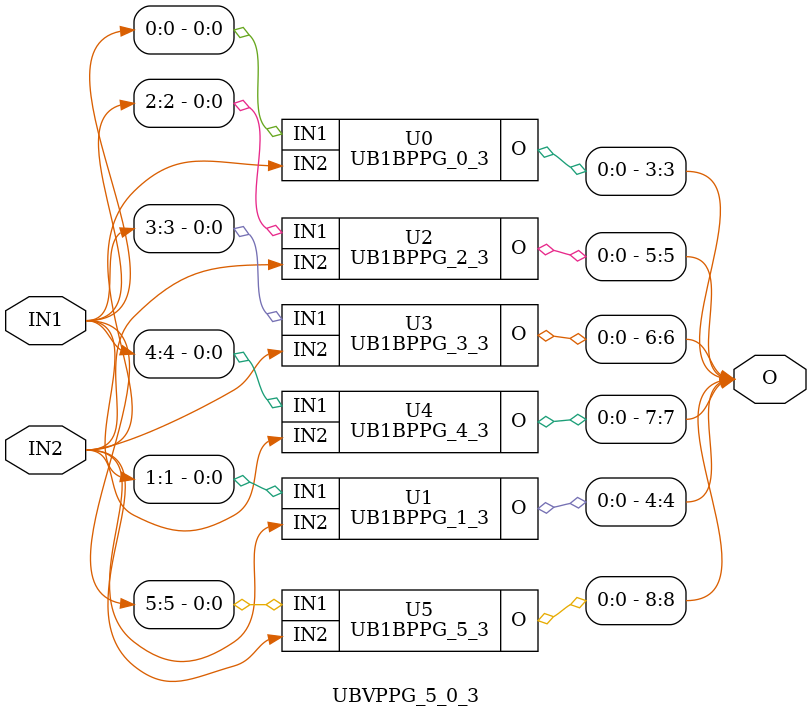
<source format=v>
/*----------------------------------------------------------------------------
  Copyright (c) 2021 Homma laboratory. All rights reserved.

  Top module: Multiplier_5_0_3_000

  Number system: Unsigned binary
  Multiplicand length: 6
  Multiplier length: 4
  Partial product generation: Simple PPG
  Partial product accumulation: Dadda tree
  Final stage addition: Han-Carlson adder
----------------------------------------------------------------------------*/

module UB1BPPG_0_0(O, IN1, IN2);
  output O;
  input IN1;
  input IN2;
  assign O = IN1 & IN2;
endmodule

module UB1BPPG_1_0(O, IN1, IN2);
  output O;
  input IN1;
  input IN2;
  assign O = IN1 & IN2;
endmodule

module UB1BPPG_2_0(O, IN1, IN2);
  output O;
  input IN1;
  input IN2;
  assign O = IN1 & IN2;
endmodule

module UB1BPPG_3_0(O, IN1, IN2);
  output O;
  input IN1;
  input IN2;
  assign O = IN1 & IN2;
endmodule

module UB1BPPG_4_0(O, IN1, IN2);
  output O;
  input IN1;
  input IN2;
  assign O = IN1 & IN2;
endmodule

module UB1BPPG_5_0(O, IN1, IN2);
  output O;
  input IN1;
  input IN2;
  assign O = IN1 & IN2;
endmodule

module UB1BPPG_0_1(O, IN1, IN2);
  output O;
  input IN1;
  input IN2;
  assign O = IN1 & IN2;
endmodule

module UB1BPPG_1_1(O, IN1, IN2);
  output O;
  input IN1;
  input IN2;
  assign O = IN1 & IN2;
endmodule

module UB1BPPG_2_1(O, IN1, IN2);
  output O;
  input IN1;
  input IN2;
  assign O = IN1 & IN2;
endmodule

module UB1BPPG_3_1(O, IN1, IN2);
  output O;
  input IN1;
  input IN2;
  assign O = IN1 & IN2;
endmodule

module UB1BPPG_4_1(O, IN1, IN2);
  output O;
  input IN1;
  input IN2;
  assign O = IN1 & IN2;
endmodule

module UB1BPPG_5_1(O, IN1, IN2);
  output O;
  input IN1;
  input IN2;
  assign O = IN1 & IN2;
endmodule

module UB1BPPG_0_2(O, IN1, IN2);
  output O;
  input IN1;
  input IN2;
  assign O = IN1 & IN2;
endmodule

module UB1BPPG_1_2(O, IN1, IN2);
  output O;
  input IN1;
  input IN2;
  assign O = IN1 & IN2;
endmodule

module UB1BPPG_2_2(O, IN1, IN2);
  output O;
  input IN1;
  input IN2;
  assign O = IN1 & IN2;
endmodule

module UB1BPPG_3_2(O, IN1, IN2);
  output O;
  input IN1;
  input IN2;
  assign O = IN1 & IN2;
endmodule

module UB1BPPG_4_2(O, IN1, IN2);
  output O;
  input IN1;
  input IN2;
  assign O = IN1 & IN2;
endmodule

module UB1BPPG_5_2(O, IN1, IN2);
  output O;
  input IN1;
  input IN2;
  assign O = IN1 & IN2;
endmodule

module UB1BPPG_0_3(O, IN1, IN2);
  output O;
  input IN1;
  input IN2;
  assign O = IN1 & IN2;
endmodule

module UB1BPPG_1_3(O, IN1, IN2);
  output O;
  input IN1;
  input IN2;
  assign O = IN1 & IN2;
endmodule

module UB1BPPG_2_3(O, IN1, IN2);
  output O;
  input IN1;
  input IN2;
  assign O = IN1 & IN2;
endmodule

module UB1BPPG_3_3(O, IN1, IN2);
  output O;
  input IN1;
  input IN2;
  assign O = IN1 & IN2;
endmodule

module UB1BPPG_4_3(O, IN1, IN2);
  output O;
  input IN1;
  input IN2;
  assign O = IN1 & IN2;
endmodule

module UB1BPPG_5_3(O, IN1, IN2);
  output O;
  input IN1;
  input IN2;
  assign O = IN1 & IN2;
endmodule

module UBHA_3(C, S, X, Y);
  output C;
  output S;
  input X;
  input Y;
  assign C = X & Y;
  assign S = X ^ Y;
endmodule

module UBFA_4(C, S, X, Y, Z);
  output C;
  output S;
  input X;
  input Y;
  input Z;
  assign C = ( X & Y ) | ( Y & Z ) | ( Z & X );
  assign S = X ^ Y ^ Z;
endmodule

module UBFA_5(C, S, X, Y, Z);
  output C;
  output S;
  input X;
  input Y;
  input Z;
  assign C = ( X & Y ) | ( Y & Z ) | ( Z & X );
  assign S = X ^ Y ^ Z;
endmodule

module UBHA_6(C, S, X, Y);
  output C;
  output S;
  input X;
  input Y;
  assign C = X & Y;
  assign S = X ^ Y;
endmodule

module UB1DCON_0(O, I);
  output O;
  input I;
  assign O = I;
endmodule

module UB1DCON_1(O, I);
  output O;
  input I;
  assign O = I;
endmodule

module UB1DCON_2(O, I);
  output O;
  input I;
  assign O = I;
endmodule

module UB1DCON_3(O, I);
  output O;
  input I;
  assign O = I;
endmodule

module UB1DCON_4(O, I);
  output O;
  input I;
  assign O = I;
endmodule

module UB1DCON_5(O, I);
  output O;
  input I;
  assign O = I;
endmodule

module UB1DCON_6(O, I);
  output O;
  input I;
  assign O = I;
endmodule

module UB1DCON_7(O, I);
  output O;
  input I;
  assign O = I;
endmodule

module UB1DCON_8(O, I);
  output O;
  input I;
  assign O = I;
endmodule

module UBHA_2(C, S, X, Y);
  output C;
  output S;
  input X;
  input Y;
  assign C = X & Y;
  assign S = X ^ Y;
endmodule

module UBFA_3(C, S, X, Y, Z);
  output C;
  output S;
  input X;
  input Y;
  input Z;
  assign C = ( X & Y ) | ( Y & Z ) | ( Z & X );
  assign S = X ^ Y ^ Z;
endmodule

module UBFA_6(C, S, X, Y, Z);
  output C;
  output S;
  input X;
  input Y;
  input Z;
  assign C = ( X & Y ) | ( Y & Z ) | ( Z & X );
  assign S = X ^ Y ^ Z;
endmodule

module UBFA_7(C, S, X, Y, Z);
  output C;
  output S;
  input X;
  input Y;
  input Z;
  assign C = ( X & Y ) | ( Y & Z ) | ( Z & X );
  assign S = X ^ Y ^ Z;
endmodule

module GPGenerator(Go, Po, A, B);
  output Go;
  output Po;
  input A;
  input B;
  assign Go = A & B;
  assign Po = A ^ B;
endmodule

module CarryOperator(Go, Po, Gi1, Pi1, Gi2, Pi2);
  output Go;
  output Po;
  input Gi1;
  input Gi2;
  input Pi1;
  input Pi2;
  assign Go = Gi1 | ( Gi2 & Pi1 );
  assign Po = Pi1 & Pi2;
endmodule

module UBPriHCA_8_1(S, X, Y, Cin);
  output [9:1] S;
  input Cin;
  input [8:1] X;
  input [8:1] Y;
  wire [8:1] G0;
  wire [8:1] G1;
  wire [8:1] G2;
  wire [8:1] G3;
  wire [8:1] G4;
  wire [8:1] P0;
  wire [8:1] P1;
  wire [8:1] P2;
  wire [8:1] P3;
  wire [8:1] P4;
  assign P1[1] = P0[1];
  assign G1[1] = G0[1];
  assign P1[3] = P0[3];
  assign G1[3] = G0[3];
  assign P1[5] = P0[5];
  assign G1[5] = G0[5];
  assign P1[7] = P0[7];
  assign G1[7] = G0[7];
  assign P2[1] = P1[1];
  assign G2[1] = G1[1];
  assign P2[2] = P1[2];
  assign G2[2] = G1[2];
  assign P2[3] = P1[3];
  assign G2[3] = G1[3];
  assign P2[5] = P1[5];
  assign G2[5] = G1[5];
  assign P2[7] = P1[7];
  assign G2[7] = G1[7];
  assign P3[1] = P2[1];
  assign G3[1] = G2[1];
  assign P3[2] = P2[2];
  assign G3[2] = G2[2];
  assign P3[3] = P2[3];
  assign G3[3] = G2[3];
  assign P3[4] = P2[4];
  assign G3[4] = G2[4];
  assign P3[5] = P2[5];
  assign G3[5] = G2[5];
  assign P3[7] = P2[7];
  assign G3[7] = G2[7];
  assign P4[1] = P3[1];
  assign G4[1] = G3[1];
  assign P4[2] = P3[2];
  assign G4[2] = G3[2];
  assign P4[4] = P3[4];
  assign G4[4] = G3[4];
  assign P4[6] = P3[6];
  assign G4[6] = G3[6];
  assign P4[8] = P3[8];
  assign G4[8] = G3[8];
  assign S[1] = Cin ^ P0[1];
  assign S[2] = ( G4[1] | ( P4[1] & Cin ) ) ^ P0[2];
  assign S[3] = ( G4[2] | ( P4[2] & Cin ) ) ^ P0[3];
  assign S[4] = ( G4[3] | ( P4[3] & Cin ) ) ^ P0[4];
  assign S[5] = ( G4[4] | ( P4[4] & Cin ) ) ^ P0[5];
  assign S[6] = ( G4[5] | ( P4[5] & Cin ) ) ^ P0[6];
  assign S[7] = ( G4[6] | ( P4[6] & Cin ) ) ^ P0[7];
  assign S[8] = ( G4[7] | ( P4[7] & Cin ) ) ^ P0[8];
  assign S[9] = G4[8] | ( P4[8] & Cin );
  GPGenerator U0 (G0[1], P0[1], X[1], Y[1]);
  GPGenerator U1 (G0[2], P0[2], X[2], Y[2]);
  GPGenerator U2 (G0[3], P0[3], X[3], Y[3]);
  GPGenerator U3 (G0[4], P0[4], X[4], Y[4]);
  GPGenerator U4 (G0[5], P0[5], X[5], Y[5]);
  GPGenerator U5 (G0[6], P0[6], X[6], Y[6]);
  GPGenerator U6 (G0[7], P0[7], X[7], Y[7]);
  GPGenerator U7 (G0[8], P0[8], X[8], Y[8]);
  CarryOperator U8 (G1[2], P1[2], G0[2], P0[2], G0[1], P0[1]);
  CarryOperator U9 (G1[4], P1[4], G0[4], P0[4], G0[3], P0[3]);
  CarryOperator U10 (G1[6], P1[6], G0[6], P0[6], G0[5], P0[5]);
  CarryOperator U11 (G1[8], P1[8], G0[8], P0[8], G0[7], P0[7]);
  CarryOperator U12 (G2[4], P2[4], G1[4], P1[4], G1[2], P1[2]);
  CarryOperator U13 (G2[6], P2[6], G1[6], P1[6], G1[4], P1[4]);
  CarryOperator U14 (G2[8], P2[8], G1[8], P1[8], G1[6], P1[6]);
  CarryOperator U15 (G3[6], P3[6], G2[6], P2[6], G2[2], P2[2]);
  CarryOperator U16 (G3[8], P3[8], G2[8], P2[8], G2[4], P2[4]);
  CarryOperator U17 (G4[3], P4[3], G3[3], P3[3], G3[2], P3[2]);
  CarryOperator U18 (G4[5], P4[5], G3[5], P3[5], G3[4], P3[4]);
  CarryOperator U19 (G4[7], P4[7], G3[7], P3[7], G3[6], P3[6]);
endmodule

module UBZero_1_1(O);
  output [1:1] O;
  assign O[1] = 0;
endmodule

module Multiplier_5_0_3_000(P, IN1, IN2);
  output [9:0] P;
  input [5:0] IN1;
  input [3:0] IN2;
  wire [9:0] W;
  assign P[0] = W[0];
  assign P[1] = W[1];
  assign P[2] = W[2];
  assign P[3] = W[3];
  assign P[4] = W[4];
  assign P[5] = W[5];
  assign P[6] = W[6];
  assign P[7] = W[7];
  assign P[8] = W[8];
  assign P[9] = W[9];
  MultUB_STD_DAD_HC000 U0 (W, IN1, IN2);
endmodule

module DADTR_5_0_6_1_7_2000 (S1, S2, PP0, PP1, PP2, PP3);
  output [8:0] S1;
  output [8:1] S2;
  input [5:0] PP0;
  input [6:1] PP1;
  input [7:2] PP2;
  input [8:3] PP3;
  wire [8:0] W0;
  wire [7:1] W1;
  wire [7:2] W2;
  UBHA_3 U0 (W1[4], W2[3], PP0[3], PP1[3]);
  UBFA_4 U1 (W1[5], W2[4], PP0[4], PP1[4], PP2[4]);
  UBFA_5 U2 (W1[6], W2[5], PP0[5], PP1[5], PP2[5]);
  UBHA_6 U3 (W2[7], W2[6], PP1[6], PP2[6]);
  UBCON_2_0 U4 (W0[2:0], PP0[2:0]);
  UB1DCON_3 U5 (W0[3], PP2[3]);
  UBCON_6_4 U6 (W0[6:4], PP3[6:4]);
  UB1DCON_7 U7 (W0[7], PP2[7]);
  UB1DCON_8 U8 (W0[8], PP3[8]);
  UBCON_2_1 U9 (W1[2:1], PP1[2:1]);
  UB1DCON_3 U10 (W1[3], PP3[3]);
  UB1DCON_7 U11 (W1[7], PP3[7]);
  UB1DCON_2 U12 (W2[2], PP2[2]);
  DADTR_8_0_7_1_7_2 U13 (S1, S2, W0, W1, W2);
endmodule

module DADTR_8_0_7_1_7_2 (S1, S2, PP0, PP1, PP2);
  output [8:0] S1;
  output [8:1] S2;
  input [8:0] PP0;
  input [7:1] PP1;
  input [7:2] PP2;
  wire [8:0] W0;
  wire [8:1] W1;
  UBHA_2 U0 (W0[3], W1[2], PP0[2], PP1[2]);
  UBFA_3 U1 (W0[4], W1[3], PP0[3], PP1[3], PP2[3]);
  UBFA_4 U2 (W0[5], W1[4], PP0[4], PP1[4], PP2[4]);
  UBFA_5 U3 (W0[6], W1[5], PP0[5], PP1[5], PP2[5]);
  UBFA_6 U4 (W0[7], W1[6], PP0[6], PP1[6], PP2[6]);
  UBFA_7 U5 (W1[8], W1[7], PP0[7], PP1[7], PP2[7]);
  UBCON_1_0 U6 (W0[1:0], PP0[1:0]);
  UB1DCON_2 U7 (W0[2], PP2[2]);
  UB1DCON_8 U8 (W0[8], PP0[8]);
  UB1DCON_1 U9 (W1[1], PP1[1]);
  DADTR_8_0_8_1 U10 (S1, S2, W0, W1);
endmodule

module DADTR_8_0_8_1 (S1, S2, PP0, PP1);
  output [8:0] S1;
  output [8:1] S2;
  input [8:0] PP0;
  input [8:1] PP1;
  UBCON_8_0 U0 (S1, PP0);
  UBCON_8_1 U1 (S2, PP1);
endmodule

module MultUB_STD_DAD_HC000 (P, IN1, IN2);
  output [9:0] P;
  input [5:0] IN1;
  input [3:0] IN2;
  wire [5:0] PP0;
  wire [6:1] PP1;
  wire [7:2] PP2;
  wire [8:3] PP3;
  wire [8:0] S1;
  wire [8:1] S2;
  UBPPG_5_0_3_0 U0 (PP0, PP1, PP2, PP3, IN1, IN2);
  DADTR_5_0_6_1_7_2000 U1 (S1, S2, PP0, PP1, PP2, PP3);
  UBHCA_8_0_8_1 U2 (P, S1, S2);
endmodule

module UBCON_1_0 (O, I);
  output [1:0] O;
  input [1:0] I;
  UB1DCON_0 U0 (O[0], I[0]);
  UB1DCON_1 U1 (O[1], I[1]);
endmodule

module UBCON_2_0 (O, I);
  output [2:0] O;
  input [2:0] I;
  UB1DCON_0 U0 (O[0], I[0]);
  UB1DCON_1 U1 (O[1], I[1]);
  UB1DCON_2 U2 (O[2], I[2]);
endmodule

module UBCON_2_1 (O, I);
  output [2:1] O;
  input [2:1] I;
  UB1DCON_1 U0 (O[1], I[1]);
  UB1DCON_2 U1 (O[2], I[2]);
endmodule

module UBCON_6_4 (O, I);
  output [6:4] O;
  input [6:4] I;
  UB1DCON_4 U0 (O[4], I[4]);
  UB1DCON_5 U1 (O[5], I[5]);
  UB1DCON_6 U2 (O[6], I[6]);
endmodule

module UBCON_8_0 (O, I);
  output [8:0] O;
  input [8:0] I;
  UB1DCON_0 U0 (O[0], I[0]);
  UB1DCON_1 U1 (O[1], I[1]);
  UB1DCON_2 U2 (O[2], I[2]);
  UB1DCON_3 U3 (O[3], I[3]);
  UB1DCON_4 U4 (O[4], I[4]);
  UB1DCON_5 U5 (O[5], I[5]);
  UB1DCON_6 U6 (O[6], I[6]);
  UB1DCON_7 U7 (O[7], I[7]);
  UB1DCON_8 U8 (O[8], I[8]);
endmodule

module UBCON_8_1 (O, I);
  output [8:1] O;
  input [8:1] I;
  UB1DCON_1 U0 (O[1], I[1]);
  UB1DCON_2 U1 (O[2], I[2]);
  UB1DCON_3 U2 (O[3], I[3]);
  UB1DCON_4 U3 (O[4], I[4]);
  UB1DCON_5 U4 (O[5], I[5]);
  UB1DCON_6 U5 (O[6], I[6]);
  UB1DCON_7 U6 (O[7], I[7]);
  UB1DCON_8 U7 (O[8], I[8]);
endmodule

module UBHCA_8_0_8_1 (S, X, Y);
  output [9:0] S;
  input [8:0] X;
  input [8:1] Y;
  UBPureHCA_8_1 U0 (S[9:1], X[8:1], Y[8:1]);
  UB1DCON_0 U1 (S[0], X[0]);
endmodule

module UBPPG_5_0_3_0 (PP0, PP1, PP2, PP3, IN1, IN2);
  output [5:0] PP0;
  output [6:1] PP1;
  output [7:2] PP2;
  output [8:3] PP3;
  input [5:0] IN1;
  input [3:0] IN2;
  UBVPPG_5_0_0 U0 (PP0, IN1, IN2[0]);
  UBVPPG_5_0_1 U1 (PP1, IN1, IN2[1]);
  UBVPPG_5_0_2 U2 (PP2, IN1, IN2[2]);
  UBVPPG_5_0_3 U3 (PP3, IN1, IN2[3]);
endmodule

module UBPureHCA_8_1 (S, X, Y);
  output [9:1] S;
  input [8:1] X;
  input [8:1] Y;
  wire C;
  UBPriHCA_8_1 U0 (S, X, Y, C);
  UBZero_1_1 U1 (C);
endmodule

module UBVPPG_5_0_0 (O, IN1, IN2);
  output [5:0] O;
  input [5:0] IN1;
  input IN2;
  UB1BPPG_0_0 U0 (O[0], IN1[0], IN2);
  UB1BPPG_1_0 U1 (O[1], IN1[1], IN2);
  UB1BPPG_2_0 U2 (O[2], IN1[2], IN2);
  UB1BPPG_3_0 U3 (O[3], IN1[3], IN2);
  UB1BPPG_4_0 U4 (O[4], IN1[4], IN2);
  UB1BPPG_5_0 U5 (O[5], IN1[5], IN2);
endmodule

module UBVPPG_5_0_1 (O, IN1, IN2);
  output [6:1] O;
  input [5:0] IN1;
  input IN2;
  UB1BPPG_0_1 U0 (O[1], IN1[0], IN2);
  UB1BPPG_1_1 U1 (O[2], IN1[1], IN2);
  UB1BPPG_2_1 U2 (O[3], IN1[2], IN2);
  UB1BPPG_3_1 U3 (O[4], IN1[3], IN2);
  UB1BPPG_4_1 U4 (O[5], IN1[4], IN2);
  UB1BPPG_5_1 U5 (O[6], IN1[5], IN2);
endmodule

module UBVPPG_5_0_2 (O, IN1, IN2);
  output [7:2] O;
  input [5:0] IN1;
  input IN2;
  UB1BPPG_0_2 U0 (O[2], IN1[0], IN2);
  UB1BPPG_1_2 U1 (O[3], IN1[1], IN2);
  UB1BPPG_2_2 U2 (O[4], IN1[2], IN2);
  UB1BPPG_3_2 U3 (O[5], IN1[3], IN2);
  UB1BPPG_4_2 U4 (O[6], IN1[4], IN2);
  UB1BPPG_5_2 U5 (O[7], IN1[5], IN2);
endmodule

module UBVPPG_5_0_3 (O, IN1, IN2);
  output [8:3] O;
  input [5:0] IN1;
  input IN2;
  UB1BPPG_0_3 U0 (O[3], IN1[0], IN2);
  UB1BPPG_1_3 U1 (O[4], IN1[1], IN2);
  UB1BPPG_2_3 U2 (O[5], IN1[2], IN2);
  UB1BPPG_3_3 U3 (O[6], IN1[3], IN2);
  UB1BPPG_4_3 U4 (O[7], IN1[4], IN2);
  UB1BPPG_5_3 U5 (O[8], IN1[5], IN2);
endmodule


</source>
